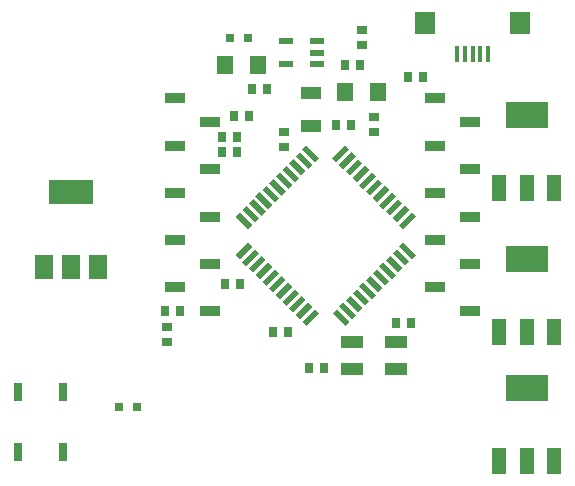
<source format=gtp>
G75*
G70*
%OFA0B0*%
%FSLAX24Y24*%
%IPPOS*%
%LPD*%
%AMOC8*
5,1,8,0,0,1.08239X$1,22.5*
%
%ADD10R,0.0276X0.0354*%
%ADD11R,0.0551X0.0630*%
%ADD12R,0.0354X0.0276*%
%ADD13R,0.0315X0.0315*%
%ADD14R,0.0591X0.0197*%
%ADD15R,0.0197X0.0591*%
%ADD16R,0.0748X0.0433*%
%ADD17R,0.0709X0.0394*%
%ADD18R,0.0472X0.0217*%
%ADD19R,0.0138X0.0551*%
%ADD20R,0.0709X0.0748*%
%ADD21R,0.0669X0.0335*%
%ADD22R,0.0480X0.0880*%
%ADD23R,0.1417X0.0866*%
%ADD24R,0.0591X0.0787*%
%ADD25R,0.1496X0.0787*%
%ADD26R,0.0300X0.0600*%
D10*
X005924Y007180D03*
X006436Y007180D03*
X007924Y008080D03*
X008436Y008080D03*
X009524Y006480D03*
X010036Y006480D03*
X010724Y005280D03*
X011236Y005280D03*
X013624Y006780D03*
X014136Y006780D03*
X008336Y012480D03*
X007824Y012480D03*
X007824Y012980D03*
X008336Y012980D03*
X008224Y013680D03*
X008736Y013680D03*
X008824Y014580D03*
X009336Y014580D03*
X011624Y013380D03*
X012136Y013380D03*
X014024Y014980D03*
X014536Y014980D03*
X012436Y015380D03*
X011924Y015380D03*
D11*
X011929Y014480D03*
X013031Y014480D03*
X009031Y015380D03*
X007929Y015380D03*
D12*
X009880Y013136D03*
X009880Y012624D03*
X012880Y013124D03*
X012880Y013636D03*
X012480Y016024D03*
X012480Y016536D03*
X005980Y006636D03*
X005980Y006124D03*
D13*
X004975Y003980D03*
X004385Y003980D03*
X008085Y016280D03*
X008675Y016280D03*
D14*
G36*
X010913Y012130D02*
X010496Y012545D01*
X010635Y012684D01*
X011052Y012269D01*
X010913Y012130D01*
G37*
G36*
X010691Y011907D02*
X010274Y012322D01*
X010413Y012461D01*
X010830Y012046D01*
X010691Y011907D01*
G37*
G36*
X010468Y011684D02*
X010051Y012099D01*
X010190Y012238D01*
X010607Y011823D01*
X010468Y011684D01*
G37*
G36*
X010246Y011461D02*
X009829Y011876D01*
X009968Y012015D01*
X010385Y011600D01*
X010246Y011461D01*
G37*
G36*
X010024Y011238D02*
X009607Y011653D01*
X009746Y011792D01*
X010163Y011377D01*
X010024Y011238D01*
G37*
G36*
X009802Y011015D02*
X009385Y011430D01*
X009524Y011569D01*
X009941Y011154D01*
X009802Y011015D01*
G37*
G36*
X009579Y010792D02*
X009162Y011207D01*
X009301Y011346D01*
X009718Y010931D01*
X009579Y010792D01*
G37*
G36*
X009357Y010569D02*
X008940Y010984D01*
X009079Y011123D01*
X009496Y010708D01*
X009357Y010569D01*
G37*
G36*
X009135Y010346D02*
X008718Y010761D01*
X008857Y010900D01*
X009274Y010485D01*
X009135Y010346D01*
G37*
G36*
X008912Y010122D02*
X008495Y010537D01*
X008634Y010676D01*
X009051Y010261D01*
X008912Y010122D01*
G37*
G36*
X008690Y009899D02*
X008273Y010314D01*
X008412Y010453D01*
X008829Y010038D01*
X008690Y009899D01*
G37*
G36*
X011925Y006676D02*
X011508Y007091D01*
X011647Y007230D01*
X012064Y006815D01*
X011925Y006676D01*
G37*
G36*
X012147Y006899D02*
X011730Y007314D01*
X011869Y007453D01*
X012286Y007038D01*
X012147Y006899D01*
G37*
G36*
X012370Y007122D02*
X011953Y007537D01*
X012092Y007676D01*
X012509Y007261D01*
X012370Y007122D01*
G37*
G36*
X012592Y007345D02*
X012175Y007760D01*
X012314Y007899D01*
X012731Y007484D01*
X012592Y007345D01*
G37*
G36*
X012814Y007568D02*
X012397Y007983D01*
X012536Y008122D01*
X012953Y007707D01*
X012814Y007568D01*
G37*
G36*
X013036Y007791D02*
X012619Y008206D01*
X012758Y008345D01*
X013175Y007930D01*
X013036Y007791D01*
G37*
G36*
X013259Y008014D02*
X012842Y008429D01*
X012981Y008568D01*
X013398Y008153D01*
X013259Y008014D01*
G37*
G36*
X013481Y008237D02*
X013064Y008652D01*
X013203Y008791D01*
X013620Y008376D01*
X013481Y008237D01*
G37*
G36*
X013703Y008460D02*
X013286Y008875D01*
X013425Y009014D01*
X013842Y008599D01*
X013703Y008460D01*
G37*
G36*
X013926Y008684D02*
X013509Y009099D01*
X013648Y009238D01*
X014065Y008823D01*
X013926Y008684D01*
G37*
G36*
X014148Y008907D02*
X013731Y009322D01*
X013870Y009461D01*
X014287Y009046D01*
X014148Y008907D01*
G37*
D15*
G36*
X013869Y009908D02*
X013730Y010047D01*
X014145Y010464D01*
X014284Y010325D01*
X013869Y009908D01*
G37*
G36*
X013646Y010130D02*
X013507Y010269D01*
X013922Y010686D01*
X014061Y010547D01*
X013646Y010130D01*
G37*
G36*
X013423Y010353D02*
X013284Y010492D01*
X013699Y010909D01*
X013838Y010770D01*
X013423Y010353D01*
G37*
G36*
X013200Y010575D02*
X013061Y010714D01*
X013476Y011131D01*
X013615Y010992D01*
X013200Y010575D01*
G37*
G36*
X012977Y010797D02*
X012838Y010936D01*
X013253Y011353D01*
X013392Y011214D01*
X012977Y010797D01*
G37*
G36*
X012754Y011019D02*
X012615Y011158D01*
X013030Y011575D01*
X013169Y011436D01*
X012754Y011019D01*
G37*
G36*
X012531Y011242D02*
X012392Y011381D01*
X012807Y011798D01*
X012946Y011659D01*
X012531Y011242D01*
G37*
G36*
X012308Y011464D02*
X012169Y011603D01*
X012584Y012020D01*
X012723Y011881D01*
X012308Y011464D01*
G37*
G36*
X012085Y011686D02*
X011946Y011825D01*
X012361Y012242D01*
X012500Y012103D01*
X012085Y011686D01*
G37*
G36*
X011861Y011909D02*
X011722Y012048D01*
X012137Y012465D01*
X012276Y012326D01*
X011861Y011909D01*
G37*
G36*
X011638Y012131D02*
X011499Y012270D01*
X011914Y012687D01*
X012053Y012548D01*
X011638Y012131D01*
G37*
G36*
X008415Y008896D02*
X008276Y009035D01*
X008691Y009452D01*
X008830Y009313D01*
X008415Y008896D01*
G37*
G36*
X008638Y008674D02*
X008499Y008813D01*
X008914Y009230D01*
X009053Y009091D01*
X008638Y008674D01*
G37*
G36*
X008861Y008451D02*
X008722Y008590D01*
X009137Y009007D01*
X009276Y008868D01*
X008861Y008451D01*
G37*
G36*
X009084Y008229D02*
X008945Y008368D01*
X009360Y008785D01*
X009499Y008646D01*
X009084Y008229D01*
G37*
G36*
X009307Y008007D02*
X009168Y008146D01*
X009583Y008563D01*
X009722Y008424D01*
X009307Y008007D01*
G37*
G36*
X009530Y007785D02*
X009391Y007924D01*
X009806Y008341D01*
X009945Y008202D01*
X009530Y007785D01*
G37*
G36*
X009753Y007562D02*
X009614Y007701D01*
X010029Y008118D01*
X010168Y007979D01*
X009753Y007562D01*
G37*
G36*
X009976Y007340D02*
X009837Y007479D01*
X010252Y007896D01*
X010391Y007757D01*
X009976Y007340D01*
G37*
G36*
X010199Y007118D02*
X010060Y007257D01*
X010475Y007674D01*
X010614Y007535D01*
X010199Y007118D01*
G37*
G36*
X010423Y006895D02*
X010284Y007034D01*
X010699Y007451D01*
X010838Y007312D01*
X010423Y006895D01*
G37*
G36*
X010646Y006673D02*
X010507Y006812D01*
X010922Y007229D01*
X011061Y007090D01*
X010646Y006673D01*
G37*
D16*
X012152Y006133D03*
X012152Y005227D03*
X013608Y005227D03*
X013608Y006133D03*
D17*
X010780Y013329D03*
X010780Y014431D03*
D18*
X010992Y015406D03*
X010992Y015780D03*
X010992Y016154D03*
X009968Y016154D03*
X009968Y015406D03*
D19*
X015668Y015737D03*
X015924Y015737D03*
X016180Y015737D03*
X016436Y015737D03*
X016692Y015737D03*
D20*
X017755Y016780D03*
X014605Y016780D03*
D21*
X014920Y014254D03*
X016101Y013467D03*
X014920Y012679D03*
X016101Y011892D03*
X014920Y011104D03*
X016101Y010317D03*
X014920Y009530D03*
X016101Y008742D03*
X014920Y007955D03*
X016101Y007167D03*
X007440Y007167D03*
X006259Y007955D03*
X007440Y008742D03*
X006259Y009530D03*
X007440Y010317D03*
X006259Y011104D03*
X007440Y011892D03*
X006259Y012679D03*
X007440Y013467D03*
X006259Y014254D03*
D22*
X017070Y011260D03*
X017980Y011260D03*
X018890Y011260D03*
X018890Y006460D03*
X017980Y006460D03*
X017070Y006460D03*
X017070Y002160D03*
X017980Y002160D03*
X018890Y002160D03*
D23*
X017980Y004600D03*
X017980Y008900D03*
X017980Y013700D03*
D24*
X003686Y008640D03*
X002780Y008640D03*
X001874Y008640D03*
D25*
X002780Y011120D03*
D26*
X001030Y002480D03*
X002530Y002480D03*
X002530Y004480D03*
X001030Y004480D03*
M02*

</source>
